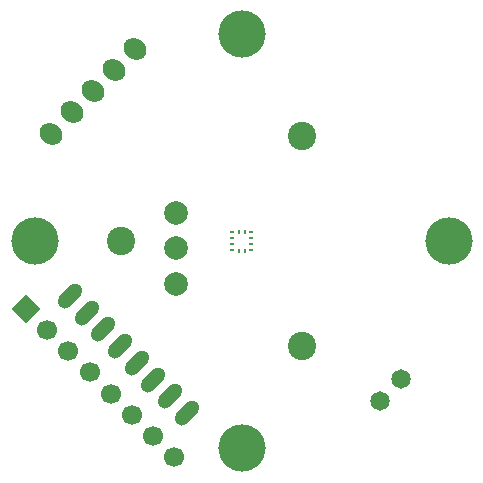
<source format=gbs>
%TF.GenerationSoftware,KiCad,Pcbnew,(6.0.8)*%
%TF.CreationDate,2022-10-29T05:30:09+02:00*%
%TF.ProjectId,view_base,76696577-5f62-4617-9365-2e6b69636164,rev?*%
%TF.SameCoordinates,Original*%
%TF.FileFunction,Soldermask,Bot*%
%TF.FilePolarity,Negative*%
%FSLAX46Y46*%
G04 Gerber Fmt 4.6, Leading zero omitted, Abs format (unit mm)*
G04 Created by KiCad (PCBNEW (6.0.8)) date 2022-10-29 05:30:09*
%MOMM*%
%LPD*%
G01*
G04 APERTURE LIST*
G04 Aperture macros list*
%AMHorizOval*
0 Thick line with rounded ends*
0 $1 width*
0 $2 $3 position (X,Y) of the first rounded end (center of the circle)*
0 $4 $5 position (X,Y) of the second rounded end (center of the circle)*
0 Add line between two ends*
20,1,$1,$2,$3,$4,$5,0*
0 Add two circle primitives to create the rounded ends*
1,1,$1,$2,$3*
1,1,$1,$4,$5*%
%AMRotRect*
0 Rectangle, with rotation*
0 The origin of the aperture is its center*
0 $1 length*
0 $2 width*
0 $3 Rotation angle, in degrees counterclockwise*
0 Add horizontal line*
21,1,$1,$2,0,0,$3*%
G04 Aperture macros list end*
%ADD10C,2.400000*%
%ADD11C,4.000000*%
%ADD12R,0.410000X0.280000*%
%ADD13R,0.280000X0.410000*%
%ADD14C,2.000000*%
%ADD15C,1.651000*%
%ADD16RotRect,1.700000X1.700000X225.000000*%
%ADD17HorizOval,1.700000X0.000000X0.000000X0.000000X0.000000X0*%
%ADD18HorizOval,1.727200X-0.107763X0.107763X0.107763X-0.107763X0*%
%ADD19HorizOval,1.250000X-0.441942X-0.441942X0.441942X0.441942X0*%
G04 APERTURE END LIST*
D10*
%TO.C,H3*%
X105125427Y-91122500D03*
%TD*%
%TO.C,H1*%
X105125427Y-108877499D03*
%TD*%
%TO.C,H2*%
X89749146Y-100000000D03*
%TD*%
D11*
%TO.C,H6*%
X117500000Y-100000000D03*
%TD*%
%TO.C,H5*%
X100000000Y-117500000D03*
%TD*%
%TO.C,H7*%
X82500000Y-100000000D03*
%TD*%
%TO.C,H4*%
X100000000Y-82500000D03*
%TD*%
D12*
%TO.C,IC1*%
X99205000Y-100750000D03*
X99205000Y-100250000D03*
X99205000Y-99750000D03*
X99205000Y-99250000D03*
D13*
X99750000Y-99185000D03*
X100250000Y-99185000D03*
D12*
X100795000Y-99250000D03*
X100795000Y-99750000D03*
X100795000Y-100250000D03*
X100795000Y-100750000D03*
D13*
X100250000Y-100815000D03*
X99750000Y-100815000D03*
%TD*%
D14*
%TO.C,TP13*%
X94400000Y-97600000D03*
%TD*%
D15*
%TO.C,J9*%
X113498026Y-111701974D03*
X111701974Y-113498026D03*
%TD*%
D16*
%TO.C,J5*%
X81724427Y-105724427D03*
D17*
X83520478Y-107520478D03*
X85316529Y-109316529D03*
X87112581Y-111112581D03*
X88908632Y-112908632D03*
X90704683Y-114704683D03*
X92500734Y-116500734D03*
X94296786Y-118296786D03*
%TD*%
D14*
%TO.C,TP12*%
X94400000Y-100600000D03*
%TD*%
D18*
%TO.C,J7*%
X90992102Y-83707898D03*
X89196051Y-85503949D03*
X87400000Y-87300000D03*
X85603949Y-89096051D03*
X83807898Y-90892102D03*
%TD*%
D14*
%TO.C,TP11*%
X94400000Y-103600000D03*
%TD*%
D19*
%TO.C,J1*%
X85438165Y-104650253D03*
X86852379Y-106064467D03*
X88266592Y-107478680D03*
X89680806Y-108892894D03*
X91095019Y-110307107D03*
X92509233Y-111721321D03*
X93923446Y-113135534D03*
X95337660Y-114549748D03*
%TD*%
M02*

</source>
